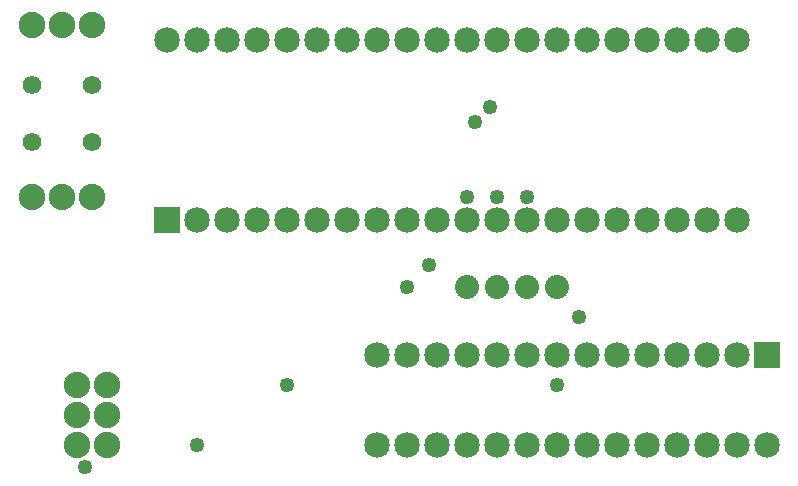
<source format=gbs>
G04 MADE WITH FRITZING*
G04 WWW.FRITZING.ORG*
G04 DOUBLE SIDED*
G04 HOLES PLATED*
G04 CONTOUR ON CENTER OF CONTOUR VECTOR*
%ASAXBY*%
%FSLAX23Y23*%
%MOIN*%
%OFA0B0*%
%SFA1.0B1.0*%
%ADD10C,0.085000*%
%ADD11C,0.062000*%
%ADD12C,0.088000*%
%ADD13C,0.049370*%
%ADD14C,0.080000*%
%ADD15R,0.085000X0.085000*%
%LNMASK0*%
G90*
G70*
G54D10*
X2583Y443D03*
X2583Y143D03*
X2483Y443D03*
X2483Y143D03*
X2383Y443D03*
X2383Y143D03*
X2283Y443D03*
X2283Y143D03*
X2183Y443D03*
X2183Y143D03*
X2083Y443D03*
X2083Y143D03*
X1983Y443D03*
X1983Y143D03*
X1883Y443D03*
X1883Y143D03*
X1783Y443D03*
X1783Y143D03*
X1683Y443D03*
X1683Y143D03*
X1583Y443D03*
X1583Y143D03*
X1483Y443D03*
X1483Y143D03*
X1383Y443D03*
X1383Y143D03*
X1283Y443D03*
X1283Y143D03*
X583Y893D03*
X583Y1493D03*
X683Y893D03*
X683Y1493D03*
X783Y893D03*
X783Y1493D03*
X883Y893D03*
X883Y1493D03*
X983Y893D03*
X983Y1493D03*
X1083Y893D03*
X1083Y1493D03*
X1183Y893D03*
X1183Y1493D03*
X1283Y893D03*
X1283Y1493D03*
X1383Y893D03*
X1383Y1493D03*
X1483Y893D03*
X1483Y1493D03*
X1583Y893D03*
X1583Y1493D03*
X1683Y893D03*
X1683Y1493D03*
X1783Y893D03*
X1783Y1493D03*
X1883Y893D03*
X1883Y1493D03*
X1983Y893D03*
X1983Y1493D03*
X2083Y893D03*
X2083Y1493D03*
X2183Y893D03*
X2183Y1493D03*
X2283Y893D03*
X2283Y1493D03*
X2383Y893D03*
X2383Y1493D03*
X2483Y893D03*
X2483Y1493D03*
G54D11*
X334Y1153D03*
X334Y1343D03*
X134Y1153D03*
X134Y1343D03*
G54D12*
X284Y343D03*
X284Y243D03*
X284Y143D03*
X284Y343D03*
X284Y243D03*
X284Y143D03*
X384Y143D03*
X384Y243D03*
X384Y343D03*
G54D13*
X1458Y743D03*
X1383Y668D03*
X1958Y568D03*
X983Y343D03*
X309Y68D03*
X683Y143D03*
X1583Y968D03*
X1883Y343D03*
G54D12*
X134Y1543D03*
X234Y1543D03*
X334Y1543D03*
X134Y968D03*
X234Y968D03*
X334Y968D03*
G54D13*
X1684Y968D03*
X1784Y968D03*
X1659Y1268D03*
X1610Y1219D03*
G54D14*
X1584Y668D03*
X1684Y668D03*
X1784Y668D03*
X1884Y668D03*
G54D15*
X2583Y443D03*
X583Y893D03*
G04 End of Mask0*
M02*
</source>
